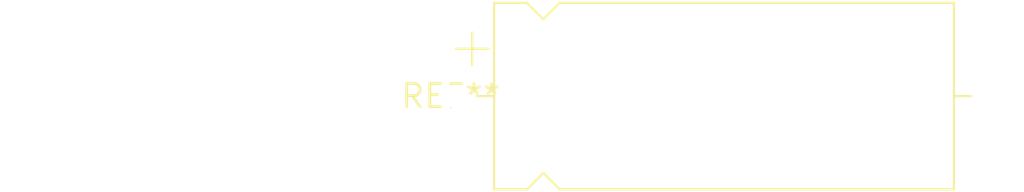
<source format=kicad_pcb>
(kicad_pcb (version 20240108) (generator pcbnew)
  (layers (0 "F.Cu" signal) (31 "B.Cu" signal) (34 "B.Paste" user) (35 "F.Paste" user) (36 "B.SilkS" user "B.Silkscreen") (37 "F.SilkS" user "F.Silkscreen") (38 "B.Mask" user) (39 "F.Mask" user) (44 "Edge.Cuts" user))
  (net 0 "")
  (footprint "CP_Axial_L25.0mm_D10.0mm_P30.00mm_Horizontal" (layer "F.Cu") (at 0 0)
    (property "Reference" "REF**")
    (property "Value" "CP_Axial_L25.0mm_D10.0mm_P30.00mm_Horizontal")
    (fp_line (start 0.28 -2.6) (end 2.08 -2.6) (layer "F.SilkS") (stroke (width 0.12)))
    (fp_line (start 1.18 -3.5) (end 1.18 -1.7) (layer "F.SilkS") (stroke (width 0.12)))
    (fp_line (start 1.44 0) (end 2.38 0) (layer "F.SilkS") (stroke (width 0.12)))
    (fp_line (start 2.38 -5.12) (end 2.38 5.12) (layer "F.SilkS") (stroke (width 0.12)))
    (fp_line (start 2.38 -5.12) (end 4.18 -5.12) (layer "F.SilkS") (stroke (width 0.12)))
    (fp_line (start 2.38 5.12) (end 4.18 5.12) (layer "F.SilkS") (stroke (width 0.12)))
    (fp_line (start 4.18 -5.12) (end 5.08 -4.22) (layer "F.SilkS") (stroke (width 0.12)))
    (fp_line (start 4.18 5.12) (end 5.08 4.22) (layer "F.SilkS") (stroke (width 0.12)))
    (fp_line (start 5.08 -4.22) (end 5.98 -5.12) (layer "F.SilkS") (stroke (width 0.12)))
    (fp_line (start 5.08 4.22) (end 5.98 5.12) (layer "F.SilkS") (stroke (width 0.12)))
    (fp_line (start 5.98 -5.12) (end 27.62 -5.12) (layer "F.SilkS") (stroke (width 0.12)))
    (fp_line (start 5.98 5.12) (end 27.62 5.12) (layer "F.SilkS") (stroke (width 0.12)))
    (fp_line (start 27.62 -5.12) (end 27.62 5.12) (layer "F.SilkS") (stroke (width 0.12)))
    (fp_line (start 28.56 0) (end 27.62 0) (layer "F.SilkS") (stroke (width 0.12)))
    (pad "1" thru_hole rect (at 0 0) (size 2.4 2.4) (drill 1.2) (layers *.Cu *.Mask) (remove_unused_layers))
    (pad "2" thru_hole oval (at 30 0) (size 2.4 2.4) (drill 1.2) (layers *.Cu *.Mask) (remove_unused_layers))
  )
)
</source>
